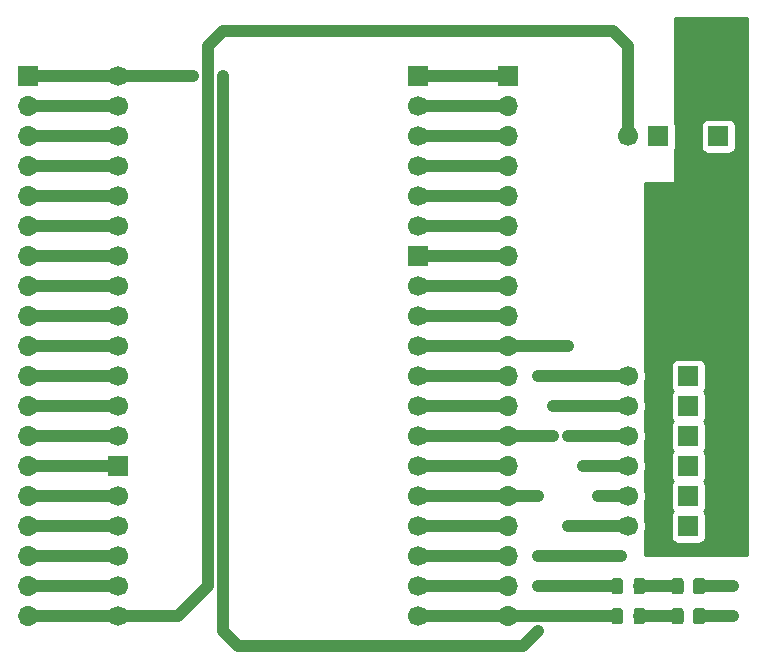
<source format=gbr>
%TF.GenerationSoftware,KiCad,Pcbnew,5.1.10-88a1d61d58~90~ubuntu20.04.1*%
%TF.CreationDate,2021-09-12T18:51:28+00:00*%
%TF.ProjectId,WifiServoBridge,57696669-5365-4727-966f-427269646765,rev?*%
%TF.SameCoordinates,Original*%
%TF.FileFunction,Copper,L1,Top*%
%TF.FilePolarity,Positive*%
%FSLAX46Y46*%
G04 Gerber Fmt 4.6, Leading zero omitted, Abs format (unit mm)*
G04 Created by KiCad (PCBNEW 5.1.10-88a1d61d58~90~ubuntu20.04.1) date 2021-09-12 18:51:28*
%MOMM*%
%LPD*%
G01*
G04 APERTURE LIST*
%TA.AperFunction,ComponentPad*%
%ADD10O,1.700000X1.700000*%
%TD*%
%TA.AperFunction,ComponentPad*%
%ADD11R,1.700000X1.700000*%
%TD*%
%TA.AperFunction,ComponentPad*%
%ADD12C,1.700000*%
%TD*%
%TA.AperFunction,ViaPad*%
%ADD13C,0.800000*%
%TD*%
%TA.AperFunction,Conductor*%
%ADD14C,1.000000*%
%TD*%
%TA.AperFunction,Conductor*%
%ADD15C,0.254000*%
%TD*%
%TA.AperFunction,Conductor*%
%ADD16C,0.100000*%
%TD*%
G04 APERTURE END LIST*
D10*
%TO.P,J4,19*%
%TO.N,DEBUG_LED*%
X392430000Y83820000D03*
%TO.P,J4,18*%
%TO.N,MCU_GPIO7*%
X392430000Y86360000D03*
%TO.P,J4,17*%
%TO.N,MCU_GPIO8*%
X392430000Y88900000D03*
%TO.P,J4,16*%
%TO.N,MCU_GPIO15*%
X392430000Y91440000D03*
%TO.P,J4,15*%
%TO.N,SERVO_A*%
X392430000Y93980000D03*
%TO.P,J4,14*%
%TO.N,MCU_GPIO0*%
X392430000Y96520000D03*
%TO.P,J4,13*%
%TO.N,SERVO_B*%
X392430000Y99060000D03*
%TO.P,J4,12*%
%TO.N,MCU_GPIO16*%
X392430000Y101600000D03*
%TO.P,J4,11*%
%TO.N,MCU_GPIO17*%
X392430000Y104140000D03*
%TO.P,J4,10*%
%TO.N,SERVO_C*%
X392430000Y106680000D03*
%TO.P,J4,9*%
%TO.N,MCU_GPIO18*%
X392430000Y109220000D03*
%TO.P,J4,8*%
%TO.N,MCU_GPIO19*%
X392430000Y111760000D03*
%TO.P,J4,7*%
%TO.N,MCU_GND*%
X392430000Y114300000D03*
%TO.P,J4,6*%
%TO.N,MCU_GPIO21*%
X392430000Y116840000D03*
%TO.P,J4,5*%
%TO.N,MCU_GPIO3*%
X392430000Y119380000D03*
%TO.P,J4,4*%
%TO.N,MCU_GPIO1*%
X392430000Y121920000D03*
%TO.P,J4,3*%
%TO.N,MCU_GPIO22*%
X392430000Y124460000D03*
%TO.P,J4,2*%
%TO.N,MCU_GPIO23*%
X392430000Y127000000D03*
D11*
%TO.P,J4,1*%
%TO.N,MCU_GND*%
X392430000Y129540000D03*
%TD*%
D10*
%TO.P,J3,19*%
%TO.N,MCU_+5V*%
X351790000Y83820000D03*
%TO.P,J3,18*%
%TO.N,MCU_CMD*%
X351790000Y86360000D03*
%TO.P,J3,17*%
%TO.N,MCU_GPIO10*%
X351790000Y88900000D03*
%TO.P,J3,16*%
%TO.N,MCU_GPIO9*%
X351790000Y91440000D03*
%TO.P,J3,15*%
%TO.N,SERVO_E*%
X351790000Y93980000D03*
%TO.P,J3,14*%
%TO.N,MCU_GND*%
X351790000Y96520000D03*
%TO.P,J3,13*%
%TO.N,SERVO_D*%
X351790000Y99060000D03*
%TO.P,J3,12*%
%TO.N,SERVO_F*%
X351790000Y101600000D03*
%TO.P,J3,11*%
%TO.N,MCU_GPIO27*%
X351790000Y104140000D03*
%TO.P,J3,10*%
%TO.N,MCU_GPIO26*%
X351790000Y106680000D03*
%TO.P,J3,9*%
%TO.N,MCU_GPIO25*%
X351790000Y109220000D03*
%TO.P,J3,8*%
%TO.N,MCU_GPIO33*%
X351790000Y111760000D03*
%TO.P,J3,7*%
%TO.N,MCU_GPIO32*%
X351790000Y114300000D03*
%TO.P,J3,6*%
%TO.N,MCU_GPIO35*%
X351790000Y116840000D03*
%TO.P,J3,5*%
%TO.N,MCU_GPIO34*%
X351790000Y119380000D03*
%TO.P,J3,4*%
%TO.N,MCU_SN*%
X351790000Y121920000D03*
%TO.P,J3,3*%
%TO.N,MCU_SP*%
X351790000Y124460000D03*
%TO.P,J3,2*%
%TO.N,MCU_EN*%
X351790000Y127000000D03*
D11*
%TO.P,J3,1*%
%TO.N,MCU_+3V3*%
X351790000Y129540000D03*
%TD*%
%TO.P,J1,2*%
%TO.N,SERVO_GND*%
X410210000Y124460000D03*
D12*
%TO.P,J1,1*%
%TO.N,SERVO_VCC*%
X407670000Y124460000D03*
%TD*%
%TO.P,J2,1*%
%TO.N,MCU_+5V*%
X402590000Y124460000D03*
D11*
%TO.P,J2,2*%
%TO.N,MCU_GND*%
X405130000Y124460000D03*
%TD*%
D12*
%TO.P,J5,1*%
%TO.N,SERVO_A*%
X402590000Y104140000D03*
%TO.P,J5,2*%
%TO.N,SERVO_VCC*%
X405130000Y104140000D03*
D11*
%TO.P,J5,3*%
%TO.N,SERVO_GND*%
X407670000Y104140000D03*
%TD*%
%TO.P,J6,3*%
%TO.N,SERVO_GND*%
X407670000Y101600000D03*
D12*
%TO.P,J6,2*%
%TO.N,SERVO_VCC*%
X405130000Y101600000D03*
%TO.P,J6,1*%
%TO.N,SERVO_B*%
X402590000Y101600000D03*
%TD*%
%TO.P,J7,1*%
%TO.N,SERVO_C*%
X402590000Y99060000D03*
%TO.P,J7,2*%
%TO.N,SERVO_VCC*%
X405130000Y99060000D03*
D11*
%TO.P,J7,3*%
%TO.N,SERVO_GND*%
X407670000Y99060000D03*
%TD*%
%TO.P,J8,3*%
%TO.N,SERVO_GND*%
X407670000Y96520000D03*
D12*
%TO.P,J8,2*%
%TO.N,SERVO_VCC*%
X405130000Y96520000D03*
%TO.P,J8,1*%
%TO.N,SERVO_D*%
X402590000Y96520000D03*
%TD*%
%TO.P,J9,1*%
%TO.N,SERVO_E*%
X402590000Y93980000D03*
%TO.P,J9,2*%
%TO.N,SERVO_VCC*%
X405130000Y93980000D03*
D11*
%TO.P,J9,3*%
%TO.N,SERVO_GND*%
X407670000Y93980000D03*
%TD*%
%TO.P,J10,3*%
%TO.N,SERVO_GND*%
X407670000Y91440000D03*
D12*
%TO.P,J10,2*%
%TO.N,SERVO_VCC*%
X405130000Y91440000D03*
%TO.P,J10,1*%
%TO.N,SERVO_F*%
X402590000Y91440000D03*
%TD*%
%TO.P,U1,2*%
%TO.N,MCU_+3V3*%
X359410000Y129540000D03*
%TO.P,U1,4*%
%TO.N,MCU_EN*%
X359410000Y127000000D03*
%TO.P,U1,5*%
%TO.N,MCU_SP*%
X359410000Y124460000D03*
%TO.P,U1,6*%
%TO.N,MCU_SN*%
X359410000Y121920000D03*
%TO.P,U1,35*%
%TO.N,MCU_GPIO34*%
X359410000Y119380000D03*
%TO.P,U1,36*%
%TO.N,MCU_GPIO35*%
X359410000Y116840000D03*
%TO.P,U1,33*%
%TO.N,MCU_GPIO32*%
X359410000Y114300000D03*
%TO.P,U1,34*%
%TO.N,MCU_GPIO33*%
X359410000Y111760000D03*
%TO.P,U1,30*%
%TO.N,MCU_GPIO25*%
X359410000Y109220000D03*
%TO.P,U1,31*%
%TO.N,MCU_GPIO26*%
X359410000Y106680000D03*
%TO.P,U1,32*%
%TO.N,MCU_GPIO27*%
X359410000Y104140000D03*
%TO.P,U1,21*%
%TO.N,SERVO_F*%
X359410000Y101600000D03*
%TO.P,U1,19*%
%TO.N,SERVO_D*%
X359410000Y99060000D03*
D11*
%TO.P,U1,1*%
%TO.N,MCU_GND*%
X359410000Y96520000D03*
D12*
%TO.P,U1,20*%
%TO.N,SERVO_E*%
X359410000Y93980000D03*
%TO.P,U1,17*%
%TO.N,MCU_GPIO9*%
X359410000Y91440000D03*
%TO.P,U1,18*%
%TO.N,MCU_GPIO10*%
X359410000Y88900000D03*
%TO.P,U1,7*%
%TO.N,MCU_CMD*%
X359410000Y86360000D03*
%TO.P,U1,3*%
%TO.N,MCU_+5V*%
X359410000Y83820000D03*
D11*
%TO.P,U1,1*%
%TO.N,MCU_GND*%
X384810000Y129540000D03*
D12*
%TO.P,U1,29*%
%TO.N,MCU_GPIO23*%
X384810000Y127000000D03*
%TO.P,U1,28*%
%TO.N,MCU_GPIO22*%
X384810000Y124460000D03*
%TO.P,U1,9*%
%TO.N,MCU_GPIO1*%
X384810000Y121920000D03*
%TO.P,U1,11*%
%TO.N,MCU_GPIO3*%
X384810000Y119380000D03*
%TO.P,U1,27*%
%TO.N,MCU_GPIO21*%
X384810000Y116840000D03*
D11*
%TO.P,U1,1*%
%TO.N,MCU_GND*%
X384810000Y114300000D03*
D12*
%TO.P,U1,26*%
%TO.N,MCU_GPIO19*%
X384810000Y111760000D03*
%TO.P,U1,25*%
%TO.N,MCU_GPIO18*%
X384810000Y109220000D03*
%TO.P,U1,13*%
%TO.N,SERVO_C*%
X384810000Y106680000D03*
%TO.P,U1,24*%
%TO.N,MCU_GPIO17*%
X384810000Y104140000D03*
%TO.P,U1,23*%
%TO.N,MCU_GPIO16*%
X384810000Y101600000D03*
%TO.P,U1,12*%
%TO.N,SERVO_B*%
X384810000Y99060000D03*
%TO.P,U1,8*%
%TO.N,MCU_GPIO0*%
X384810000Y96520000D03*
%TO.P,U1,10*%
%TO.N,SERVO_A*%
X384810000Y93980000D03*
%TO.P,U1,22*%
%TO.N,MCU_GPIO15*%
X384810000Y91440000D03*
%TO.P,U1,16*%
%TO.N,MCU_GPIO8*%
X384810000Y88900000D03*
%TO.P,U1,15*%
%TO.N,MCU_GPIO7*%
X384810000Y86360000D03*
%TO.P,U1,14*%
%TO.N,DEBUG_LED*%
X384810000Y83820000D03*
%TD*%
%TO.P,D1,1*%
%TO.N,Net-(D1-Pad1)*%
%TA.AperFunction,SMDPad,CuDef*%
G36*
G01*
X404015000Y86816250D02*
X404015000Y85903750D01*
G75*
G02*
X403771250Y85660000I-243750J0D01*
G01*
X403283750Y85660000D01*
G75*
G02*
X403040000Y85903750I0J243750D01*
G01*
X403040000Y86816250D01*
G75*
G02*
X403283750Y87060000I243750J0D01*
G01*
X403771250Y87060000D01*
G75*
G02*
X404015000Y86816250I0J-243750D01*
G01*
G37*
%TD.AperFunction*%
%TO.P,D1,2*%
%TO.N,MCU_+3V3*%
%TA.AperFunction,SMDPad,CuDef*%
G36*
G01*
X402140000Y86816250D02*
X402140000Y85903750D01*
G75*
G02*
X401896250Y85660000I-243750J0D01*
G01*
X401408750Y85660000D01*
G75*
G02*
X401165000Y85903750I0J243750D01*
G01*
X401165000Y86816250D01*
G75*
G02*
X401408750Y87060000I243750J0D01*
G01*
X401896250Y87060000D01*
G75*
G02*
X402140000Y86816250I0J-243750D01*
G01*
G37*
%TD.AperFunction*%
%TD*%
%TO.P,D2,2*%
%TO.N,DEBUG_LED*%
%TA.AperFunction,SMDPad,CuDef*%
G36*
G01*
X402140000Y84276250D02*
X402140000Y83363750D01*
G75*
G02*
X401896250Y83120000I-243750J0D01*
G01*
X401408750Y83120000D01*
G75*
G02*
X401165000Y83363750I0J243750D01*
G01*
X401165000Y84276250D01*
G75*
G02*
X401408750Y84520000I243750J0D01*
G01*
X401896250Y84520000D01*
G75*
G02*
X402140000Y84276250I0J-243750D01*
G01*
G37*
%TD.AperFunction*%
%TO.P,D2,1*%
%TO.N,Net-(D2-Pad1)*%
%TA.AperFunction,SMDPad,CuDef*%
G36*
G01*
X404015000Y84276250D02*
X404015000Y83363750D01*
G75*
G02*
X403771250Y83120000I-243750J0D01*
G01*
X403283750Y83120000D01*
G75*
G02*
X403040000Y83363750I0J243750D01*
G01*
X403040000Y84276250D01*
G75*
G02*
X403283750Y84520000I243750J0D01*
G01*
X403771250Y84520000D01*
G75*
G02*
X404015000Y84276250I0J-243750D01*
G01*
G37*
%TD.AperFunction*%
%TD*%
%TO.P,R1,1*%
%TO.N,MCU_GND*%
%TA.AperFunction,SMDPad,CuDef*%
G36*
G01*
X409095000Y86810002D02*
X409095000Y85909998D01*
G75*
G02*
X408845002Y85660000I-249998J0D01*
G01*
X408319998Y85660000D01*
G75*
G02*
X408070000Y85909998I0J249998D01*
G01*
X408070000Y86810002D01*
G75*
G02*
X408319998Y87060000I249998J0D01*
G01*
X408845002Y87060000D01*
G75*
G02*
X409095000Y86810002I0J-249998D01*
G01*
G37*
%TD.AperFunction*%
%TO.P,R1,2*%
%TO.N,Net-(D1-Pad1)*%
%TA.AperFunction,SMDPad,CuDef*%
G36*
G01*
X407270000Y86810002D02*
X407270000Y85909998D01*
G75*
G02*
X407020002Y85660000I-249998J0D01*
G01*
X406494998Y85660000D01*
G75*
G02*
X406245000Y85909998I0J249998D01*
G01*
X406245000Y86810002D01*
G75*
G02*
X406494998Y87060000I249998J0D01*
G01*
X407020002Y87060000D01*
G75*
G02*
X407270000Y86810002I0J-249998D01*
G01*
G37*
%TD.AperFunction*%
%TD*%
%TO.P,R2,2*%
%TO.N,Net-(D2-Pad1)*%
%TA.AperFunction,SMDPad,CuDef*%
G36*
G01*
X407270000Y84270002D02*
X407270000Y83369998D01*
G75*
G02*
X407020002Y83120000I-249998J0D01*
G01*
X406494998Y83120000D01*
G75*
G02*
X406245000Y83369998I0J249998D01*
G01*
X406245000Y84270002D01*
G75*
G02*
X406494998Y84520000I249998J0D01*
G01*
X407020002Y84520000D01*
G75*
G02*
X407270000Y84270002I0J-249998D01*
G01*
G37*
%TD.AperFunction*%
%TO.P,R2,1*%
%TO.N,MCU_GND*%
%TA.AperFunction,SMDPad,CuDef*%
G36*
G01*
X409095000Y84270002D02*
X409095000Y83369998D01*
G75*
G02*
X408845002Y83120000I-249998J0D01*
G01*
X408319998Y83120000D01*
G75*
G02*
X408070000Y83369998I0J249998D01*
G01*
X408070000Y84270002D01*
G75*
G02*
X408319998Y84520000I249998J0D01*
G01*
X408845002Y84520000D01*
G75*
G02*
X409095000Y84270002I0J-249998D01*
G01*
G37*
%TD.AperFunction*%
%TD*%
D13*
%TO.N,MCU_GND*%
X411480000Y86360000D03*
X411480000Y83820000D03*
X394970000Y88900000D03*
X401955000Y88900000D03*
%TO.N,SERVO_A*%
X394970000Y93980000D03*
X394970000Y104140000D03*
%TO.N,SERVO_B*%
X396240000Y99060000D03*
X396240000Y101600000D03*
%TO.N,SERVO_C*%
X397510000Y106680000D03*
X397510000Y99060000D03*
%TO.N,SERVO_D*%
X398780000Y96520000D03*
%TO.N,SERVO_E*%
X400050000Y93980000D03*
%TO.N,SERVO_F*%
X397510000Y91440000D03*
%TO.N,MCU_+3V3*%
X365760000Y129540000D03*
X368300000Y129540000D03*
X394970000Y86360000D03*
X394970000Y82550000D03*
%TD*%
D14*
%TO.N,MCU_GND*%
X411480000Y86360000D02*
X408582500Y86360000D01*
X411480000Y83820000D02*
X408582500Y83820000D01*
X351790000Y96520000D02*
X359410000Y96520000D01*
X384810000Y114300000D02*
X392430000Y114300000D01*
X384810000Y129540000D02*
X392430000Y129540000D01*
X394970000Y88900000D02*
X401955000Y88900000D01*
%TO.N,MCU_+5V*%
X351790000Y83820000D02*
X359410000Y83820000D01*
X402590000Y132080000D02*
X402590000Y124460000D01*
X368300000Y133350000D02*
X401320000Y133350000D01*
X367030000Y132080000D02*
X368300000Y133350000D01*
X367030000Y86360000D02*
X367030000Y132080000D01*
X364490000Y83820000D02*
X367030000Y86360000D01*
X401320000Y133350000D02*
X402590000Y132080000D01*
X359410000Y83820000D02*
X364490000Y83820000D01*
%TO.N,SERVO_A*%
X392430000Y93980000D02*
X394970000Y93980000D01*
X392430000Y93980000D02*
X384810000Y93980000D01*
X394970000Y104140000D02*
X402590000Y104140000D01*
%TO.N,SERVO_B*%
X384810000Y99060000D02*
X392430000Y99060000D01*
X392430000Y99060000D02*
X396240000Y99060000D01*
X396240000Y101600000D02*
X402590000Y101600000D01*
%TO.N,SERVO_C*%
X392430000Y106680000D02*
X397510000Y106680000D01*
X397510000Y99060000D02*
X402590000Y99060000D01*
X384810000Y106680000D02*
X392430000Y106680000D01*
%TO.N,SERVO_D*%
X398780000Y96520000D02*
X402590000Y96520000D01*
X351790000Y99060000D02*
X359410000Y99060000D01*
%TO.N,SERVO_E*%
X400050000Y93980000D02*
X402590000Y93980000D01*
X351790000Y93980000D02*
X359410000Y93980000D01*
%TO.N,SERVO_F*%
X397510000Y91440000D02*
X402590000Y91440000D01*
X351790000Y101600000D02*
X359410000Y101600000D01*
%TO.N,MCU_CMD*%
X351790000Y86360000D02*
X359410000Y86360000D01*
%TO.N,MCU_GPIO10*%
X351790000Y88900000D02*
X359410000Y88900000D01*
%TO.N,MCU_GPIO9*%
X351790000Y91440000D02*
X359410000Y91440000D01*
%TO.N,MCU_GPIO27*%
X351790000Y104140000D02*
X359410000Y104140000D01*
%TO.N,MCU_GPIO26*%
X351790000Y106680000D02*
X359410000Y106680000D01*
%TO.N,MCU_GPIO25*%
X351790000Y109220000D02*
X359410000Y109220000D01*
%TO.N,MCU_GPIO33*%
X351790000Y111760000D02*
X359410000Y111760000D01*
%TO.N,MCU_GPIO32*%
X351790000Y114300000D02*
X359410000Y114300000D01*
%TO.N,MCU_GPIO35*%
X351790000Y116840000D02*
X359410000Y116840000D01*
%TO.N,MCU_GPIO34*%
X351790000Y119380000D02*
X359410000Y119380000D01*
%TO.N,MCU_SN*%
X351790000Y121920000D02*
X359410000Y121920000D01*
%TO.N,MCU_SP*%
X351790000Y124460000D02*
X359410000Y124460000D01*
%TO.N,MCU_EN*%
X351790000Y127000000D02*
X359410000Y127000000D01*
%TO.N,MCU_GPIO7*%
X384810000Y86360000D02*
X392430000Y86360000D01*
%TO.N,MCU_GPIO8*%
X384810000Y88900000D02*
X392430000Y88900000D01*
%TO.N,MCU_GPIO15*%
X384810000Y91440000D02*
X392430000Y91440000D01*
%TO.N,MCU_GPIO0*%
X384810000Y96520000D02*
X392430000Y96520000D01*
%TO.N,MCU_GPIO16*%
X384810000Y101600000D02*
X392430000Y101600000D01*
%TO.N,MCU_GPIO17*%
X384810000Y104140000D02*
X392430000Y104140000D01*
%TO.N,MCU_GPIO18*%
X384810000Y109220000D02*
X392430000Y109220000D01*
%TO.N,MCU_GPIO19*%
X384810000Y111760000D02*
X392430000Y111760000D01*
%TO.N,MCU_GPIO3*%
X384810000Y119380000D02*
X392430000Y119380000D01*
%TO.N,MCU_GPIO1*%
X384810000Y121920000D02*
X392430000Y121920000D01*
%TO.N,MCU_GPIO22*%
X384810000Y124460000D02*
X392430000Y124460000D01*
%TO.N,MCU_GPIO23*%
X384810000Y127000000D02*
X392430000Y127000000D01*
%TO.N,MCU_+3V3*%
X351790000Y129540000D02*
X359410000Y129540000D01*
X359410000Y129540000D02*
X365760000Y129540000D01*
X368300000Y129540000D02*
X368300000Y82550000D01*
X368300000Y82550000D02*
X369570000Y81280000D01*
X369570000Y81280000D02*
X393700000Y81280000D01*
X393700000Y81280000D02*
X394970000Y82550000D01*
X394970000Y86360000D02*
X401652500Y86360000D01*
%TO.N,Net-(D1-Pad1)*%
X406757500Y86360000D02*
X403527500Y86360000D01*
%TO.N,DEBUG_LED*%
X401652500Y83820000D02*
X392430000Y83820000D01*
X392430000Y83820000D02*
X384810000Y83820000D01*
%TO.N,Net-(D2-Pad1)*%
X406757500Y83820000D02*
X403527500Y83820000D01*
%TO.N,MCU_GPIO21*%
X384810000Y116840000D02*
X392430000Y116840000D01*
%TD*%
D15*
%TO.N,SERVO_VCC*%
X412623000Y89027000D02*
X403987000Y89027000D01*
X403987000Y90932165D01*
X404017932Y91006842D01*
X404075000Y91293740D01*
X404075000Y91586260D01*
X404017932Y91873158D01*
X403987000Y91947835D01*
X403987000Y93472165D01*
X404017932Y93546842D01*
X404075000Y93833740D01*
X404075000Y94126260D01*
X404017932Y94413158D01*
X403987000Y94487835D01*
X403987000Y96012165D01*
X404017932Y96086842D01*
X404075000Y96373740D01*
X404075000Y96666260D01*
X404017932Y96953158D01*
X403987000Y97027835D01*
X403987000Y98552165D01*
X404017932Y98626842D01*
X404075000Y98913740D01*
X404075000Y99206260D01*
X404017932Y99493158D01*
X403987000Y99567835D01*
X403987000Y101092165D01*
X404017932Y101166842D01*
X404075000Y101453740D01*
X404075000Y101746260D01*
X404017932Y102033158D01*
X403987000Y102107835D01*
X403987000Y103632165D01*
X404017932Y103706842D01*
X404075000Y103993740D01*
X404075000Y104286260D01*
X404017932Y104573158D01*
X403987000Y104647835D01*
X403987000Y104990000D01*
X406181928Y104990000D01*
X406181928Y103290000D01*
X406194188Y103165518D01*
X406230498Y103045820D01*
X406289463Y102935506D01*
X406343222Y102870000D01*
X406289463Y102804494D01*
X406230498Y102694180D01*
X406194188Y102574482D01*
X406181928Y102450000D01*
X406181928Y100750000D01*
X406194188Y100625518D01*
X406230498Y100505820D01*
X406289463Y100395506D01*
X406343222Y100330000D01*
X406289463Y100264494D01*
X406230498Y100154180D01*
X406194188Y100034482D01*
X406181928Y99910000D01*
X406181928Y98210000D01*
X406194188Y98085518D01*
X406230498Y97965820D01*
X406289463Y97855506D01*
X406343222Y97790000D01*
X406289463Y97724494D01*
X406230498Y97614180D01*
X406194188Y97494482D01*
X406181928Y97370000D01*
X406181928Y95670000D01*
X406194188Y95545518D01*
X406230498Y95425820D01*
X406289463Y95315506D01*
X406343222Y95250000D01*
X406289463Y95184494D01*
X406230498Y95074180D01*
X406194188Y94954482D01*
X406181928Y94830000D01*
X406181928Y93130000D01*
X406194188Y93005518D01*
X406230498Y92885820D01*
X406289463Y92775506D01*
X406343222Y92710000D01*
X406289463Y92644494D01*
X406230498Y92534180D01*
X406194188Y92414482D01*
X406181928Y92290000D01*
X406181928Y90590000D01*
X406194188Y90465518D01*
X406230498Y90345820D01*
X406289463Y90235506D01*
X406368815Y90138815D01*
X406465506Y90059463D01*
X406575820Y90000498D01*
X406695518Y89964188D01*
X406820000Y89951928D01*
X408520000Y89951928D01*
X408644482Y89964188D01*
X408764180Y90000498D01*
X408874494Y90059463D01*
X408971185Y90138815D01*
X409050537Y90235506D01*
X409109502Y90345820D01*
X409145812Y90465518D01*
X409158072Y90590000D01*
X409158072Y92290000D01*
X409145812Y92414482D01*
X409109502Y92534180D01*
X409050537Y92644494D01*
X408996778Y92710000D01*
X409050537Y92775506D01*
X409109502Y92885820D01*
X409145812Y93005518D01*
X409158072Y93130000D01*
X409158072Y94830000D01*
X409145812Y94954482D01*
X409109502Y95074180D01*
X409050537Y95184494D01*
X408996778Y95250000D01*
X409050537Y95315506D01*
X409109502Y95425820D01*
X409145812Y95545518D01*
X409158072Y95670000D01*
X409158072Y97370000D01*
X409145812Y97494482D01*
X409109502Y97614180D01*
X409050537Y97724494D01*
X408996778Y97790000D01*
X409050537Y97855506D01*
X409109502Y97965820D01*
X409145812Y98085518D01*
X409158072Y98210000D01*
X409158072Y99910000D01*
X409145812Y100034482D01*
X409109502Y100154180D01*
X409050537Y100264494D01*
X408996778Y100330000D01*
X409050537Y100395506D01*
X409109502Y100505820D01*
X409145812Y100625518D01*
X409158072Y100750000D01*
X409158072Y102450000D01*
X409145812Y102574482D01*
X409109502Y102694180D01*
X409050537Y102804494D01*
X408996778Y102870000D01*
X409050537Y102935506D01*
X409109502Y103045820D01*
X409145812Y103165518D01*
X409158072Y103290000D01*
X409158072Y104990000D01*
X409145812Y105114482D01*
X409109502Y105234180D01*
X409050537Y105344494D01*
X408971185Y105441185D01*
X408874494Y105520537D01*
X408764180Y105579502D01*
X408644482Y105615812D01*
X408520000Y105628072D01*
X406820000Y105628072D01*
X406695518Y105615812D01*
X406575820Y105579502D01*
X406465506Y105520537D01*
X406368815Y105441185D01*
X406289463Y105344494D01*
X406230498Y105234180D01*
X406194188Y105114482D01*
X406181928Y104990000D01*
X403987000Y104990000D01*
X403987000Y120523000D01*
X406400000Y120523000D01*
X406424776Y120525440D01*
X406448601Y120532667D01*
X406470557Y120544403D01*
X406489803Y120560197D01*
X406505597Y120579443D01*
X406517333Y120601399D01*
X406524560Y120625224D01*
X406527000Y120650000D01*
X406527000Y123286306D01*
X406569502Y123365820D01*
X406605812Y123485518D01*
X406618072Y123610000D01*
X406618072Y125310000D01*
X408721928Y125310000D01*
X408721928Y123610000D01*
X408734188Y123485518D01*
X408770498Y123365820D01*
X408829463Y123255506D01*
X408908815Y123158815D01*
X409005506Y123079463D01*
X409115820Y123020498D01*
X409235518Y122984188D01*
X409360000Y122971928D01*
X411060000Y122971928D01*
X411184482Y122984188D01*
X411304180Y123020498D01*
X411414494Y123079463D01*
X411511185Y123158815D01*
X411590537Y123255506D01*
X411649502Y123365820D01*
X411685812Y123485518D01*
X411698072Y123610000D01*
X411698072Y125310000D01*
X411685812Y125434482D01*
X411649502Y125554180D01*
X411590537Y125664494D01*
X411511185Y125761185D01*
X411414494Y125840537D01*
X411304180Y125899502D01*
X411184482Y125935812D01*
X411060000Y125948072D01*
X409360000Y125948072D01*
X409235518Y125935812D01*
X409115820Y125899502D01*
X409005506Y125840537D01*
X408908815Y125761185D01*
X408829463Y125664494D01*
X408770498Y125554180D01*
X408734188Y125434482D01*
X408721928Y125310000D01*
X406618072Y125310000D01*
X406605812Y125434482D01*
X406569502Y125554180D01*
X406527000Y125633694D01*
X406527000Y134493000D01*
X412623000Y134493000D01*
X412623000Y89027000D01*
%TA.AperFunction,Conductor*%
D16*
G36*
X412623000Y89027000D02*
G01*
X403987000Y89027000D01*
X403987000Y90932165D01*
X404017932Y91006842D01*
X404075000Y91293740D01*
X404075000Y91586260D01*
X404017932Y91873158D01*
X403987000Y91947835D01*
X403987000Y93472165D01*
X404017932Y93546842D01*
X404075000Y93833740D01*
X404075000Y94126260D01*
X404017932Y94413158D01*
X403987000Y94487835D01*
X403987000Y96012165D01*
X404017932Y96086842D01*
X404075000Y96373740D01*
X404075000Y96666260D01*
X404017932Y96953158D01*
X403987000Y97027835D01*
X403987000Y98552165D01*
X404017932Y98626842D01*
X404075000Y98913740D01*
X404075000Y99206260D01*
X404017932Y99493158D01*
X403987000Y99567835D01*
X403987000Y101092165D01*
X404017932Y101166842D01*
X404075000Y101453740D01*
X404075000Y101746260D01*
X404017932Y102033158D01*
X403987000Y102107835D01*
X403987000Y103632165D01*
X404017932Y103706842D01*
X404075000Y103993740D01*
X404075000Y104286260D01*
X404017932Y104573158D01*
X403987000Y104647835D01*
X403987000Y104990000D01*
X406181928Y104990000D01*
X406181928Y103290000D01*
X406194188Y103165518D01*
X406230498Y103045820D01*
X406289463Y102935506D01*
X406343222Y102870000D01*
X406289463Y102804494D01*
X406230498Y102694180D01*
X406194188Y102574482D01*
X406181928Y102450000D01*
X406181928Y100750000D01*
X406194188Y100625518D01*
X406230498Y100505820D01*
X406289463Y100395506D01*
X406343222Y100330000D01*
X406289463Y100264494D01*
X406230498Y100154180D01*
X406194188Y100034482D01*
X406181928Y99910000D01*
X406181928Y98210000D01*
X406194188Y98085518D01*
X406230498Y97965820D01*
X406289463Y97855506D01*
X406343222Y97790000D01*
X406289463Y97724494D01*
X406230498Y97614180D01*
X406194188Y97494482D01*
X406181928Y97370000D01*
X406181928Y95670000D01*
X406194188Y95545518D01*
X406230498Y95425820D01*
X406289463Y95315506D01*
X406343222Y95250000D01*
X406289463Y95184494D01*
X406230498Y95074180D01*
X406194188Y94954482D01*
X406181928Y94830000D01*
X406181928Y93130000D01*
X406194188Y93005518D01*
X406230498Y92885820D01*
X406289463Y92775506D01*
X406343222Y92710000D01*
X406289463Y92644494D01*
X406230498Y92534180D01*
X406194188Y92414482D01*
X406181928Y92290000D01*
X406181928Y90590000D01*
X406194188Y90465518D01*
X406230498Y90345820D01*
X406289463Y90235506D01*
X406368815Y90138815D01*
X406465506Y90059463D01*
X406575820Y90000498D01*
X406695518Y89964188D01*
X406820000Y89951928D01*
X408520000Y89951928D01*
X408644482Y89964188D01*
X408764180Y90000498D01*
X408874494Y90059463D01*
X408971185Y90138815D01*
X409050537Y90235506D01*
X409109502Y90345820D01*
X409145812Y90465518D01*
X409158072Y90590000D01*
X409158072Y92290000D01*
X409145812Y92414482D01*
X409109502Y92534180D01*
X409050537Y92644494D01*
X408996778Y92710000D01*
X409050537Y92775506D01*
X409109502Y92885820D01*
X409145812Y93005518D01*
X409158072Y93130000D01*
X409158072Y94830000D01*
X409145812Y94954482D01*
X409109502Y95074180D01*
X409050537Y95184494D01*
X408996778Y95250000D01*
X409050537Y95315506D01*
X409109502Y95425820D01*
X409145812Y95545518D01*
X409158072Y95670000D01*
X409158072Y97370000D01*
X409145812Y97494482D01*
X409109502Y97614180D01*
X409050537Y97724494D01*
X408996778Y97790000D01*
X409050537Y97855506D01*
X409109502Y97965820D01*
X409145812Y98085518D01*
X409158072Y98210000D01*
X409158072Y99910000D01*
X409145812Y100034482D01*
X409109502Y100154180D01*
X409050537Y100264494D01*
X408996778Y100330000D01*
X409050537Y100395506D01*
X409109502Y100505820D01*
X409145812Y100625518D01*
X409158072Y100750000D01*
X409158072Y102450000D01*
X409145812Y102574482D01*
X409109502Y102694180D01*
X409050537Y102804494D01*
X408996778Y102870000D01*
X409050537Y102935506D01*
X409109502Y103045820D01*
X409145812Y103165518D01*
X409158072Y103290000D01*
X409158072Y104990000D01*
X409145812Y105114482D01*
X409109502Y105234180D01*
X409050537Y105344494D01*
X408971185Y105441185D01*
X408874494Y105520537D01*
X408764180Y105579502D01*
X408644482Y105615812D01*
X408520000Y105628072D01*
X406820000Y105628072D01*
X406695518Y105615812D01*
X406575820Y105579502D01*
X406465506Y105520537D01*
X406368815Y105441185D01*
X406289463Y105344494D01*
X406230498Y105234180D01*
X406194188Y105114482D01*
X406181928Y104990000D01*
X403987000Y104990000D01*
X403987000Y120523000D01*
X406400000Y120523000D01*
X406424776Y120525440D01*
X406448601Y120532667D01*
X406470557Y120544403D01*
X406489803Y120560197D01*
X406505597Y120579443D01*
X406517333Y120601399D01*
X406524560Y120625224D01*
X406527000Y120650000D01*
X406527000Y123286306D01*
X406569502Y123365820D01*
X406605812Y123485518D01*
X406618072Y123610000D01*
X406618072Y125310000D01*
X408721928Y125310000D01*
X408721928Y123610000D01*
X408734188Y123485518D01*
X408770498Y123365820D01*
X408829463Y123255506D01*
X408908815Y123158815D01*
X409005506Y123079463D01*
X409115820Y123020498D01*
X409235518Y122984188D01*
X409360000Y122971928D01*
X411060000Y122971928D01*
X411184482Y122984188D01*
X411304180Y123020498D01*
X411414494Y123079463D01*
X411511185Y123158815D01*
X411590537Y123255506D01*
X411649502Y123365820D01*
X411685812Y123485518D01*
X411698072Y123610000D01*
X411698072Y125310000D01*
X411685812Y125434482D01*
X411649502Y125554180D01*
X411590537Y125664494D01*
X411511185Y125761185D01*
X411414494Y125840537D01*
X411304180Y125899502D01*
X411184482Y125935812D01*
X411060000Y125948072D01*
X409360000Y125948072D01*
X409235518Y125935812D01*
X409115820Y125899502D01*
X409005506Y125840537D01*
X408908815Y125761185D01*
X408829463Y125664494D01*
X408770498Y125554180D01*
X408734188Y125434482D01*
X408721928Y125310000D01*
X406618072Y125310000D01*
X406605812Y125434482D01*
X406569502Y125554180D01*
X406527000Y125633694D01*
X406527000Y134493000D01*
X412623000Y134493000D01*
X412623000Y89027000D01*
G37*
%TD.AperFunction*%
%TD*%
M02*

</source>
